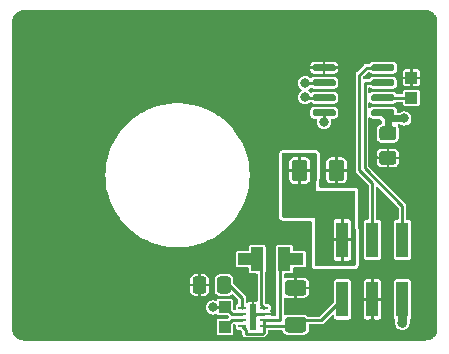
<source format=gbl>
G04 #@! TF.GenerationSoftware,KiCad,Pcbnew,7.0.2.1-36-g582732918d-dirty-deb11*
G04 #@! TF.CreationDate,2023-05-29T10:57:50+00:00*
G04 #@! TF.ProjectId,pedalboard-led-ring,70656461-6c62-46f6-9172-642d6c65642d,1.0.0*
G04 #@! TF.SameCoordinates,Original*
G04 #@! TF.FileFunction,Copper,L2,Bot*
G04 #@! TF.FilePolarity,Positive*
%FSLAX46Y46*%
G04 Gerber Fmt 4.6, Leading zero omitted, Abs format (unit mm)*
G04 Created by KiCad (PCBNEW 7.0.2.1-36-g582732918d-dirty-deb11) date 2023-05-29 10:57:50*
%MOMM*%
%LPD*%
G01*
G04 APERTURE LIST*
G04 #@! TA.AperFunction,SMDPad,CuDef*
%ADD10R,1.000000X3.000000*%
G04 #@! TD*
G04 #@! TA.AperFunction,SMDPad,CuDef*
%ADD11R,1.000000X1.000000*%
G04 #@! TD*
G04 #@! TA.AperFunction,SMDPad,CuDef*
%ADD12R,0.700000X0.250000*%
G04 #@! TD*
G04 #@! TA.AperFunction,SMDPad,CuDef*
%ADD13R,0.610000X2.200000*%
G04 #@! TD*
G04 #@! TA.AperFunction,ViaPad*
%ADD14C,0.800000*%
G04 #@! TD*
G04 #@! TA.AperFunction,Conductor*
%ADD15C,0.250000*%
G04 #@! TD*
G04 #@! TA.AperFunction,Conductor*
%ADD16C,0.600000*%
G04 #@! TD*
G04 #@! TA.AperFunction,Conductor*
%ADD17C,0.800000*%
G04 #@! TD*
G04 APERTURE END LIST*
G04 #@! TA.AperFunction,SMDPad,CuDef*
G36*
G01*
X91450000Y-54855000D02*
X91450000Y-54555000D01*
G75*
G02*
X91600000Y-54405000I150000J0D01*
G01*
X93250000Y-54405000D01*
G75*
G02*
X93400000Y-54555000I0J-150000D01*
G01*
X93400000Y-54855000D01*
G75*
G02*
X93250000Y-55005000I-150000J0D01*
G01*
X91600000Y-55005000D01*
G75*
G02*
X91450000Y-54855000I0J150000D01*
G01*
G37*
G04 #@! TD.AperFunction*
G04 #@! TA.AperFunction,SMDPad,CuDef*
G36*
G01*
X91450000Y-53585000D02*
X91450000Y-53285000D01*
G75*
G02*
X91600000Y-53135000I150000J0D01*
G01*
X93250000Y-53135000D01*
G75*
G02*
X93400000Y-53285000I0J-150000D01*
G01*
X93400000Y-53585000D01*
G75*
G02*
X93250000Y-53735000I-150000J0D01*
G01*
X91600000Y-53735000D01*
G75*
G02*
X91450000Y-53585000I0J150000D01*
G01*
G37*
G04 #@! TD.AperFunction*
G04 #@! TA.AperFunction,SMDPad,CuDef*
G36*
G01*
X91450000Y-52315000D02*
X91450000Y-52015000D01*
G75*
G02*
X91600000Y-51865000I150000J0D01*
G01*
X93250000Y-51865000D01*
G75*
G02*
X93400000Y-52015000I0J-150000D01*
G01*
X93400000Y-52315000D01*
G75*
G02*
X93250000Y-52465000I-150000J0D01*
G01*
X91600000Y-52465000D01*
G75*
G02*
X91450000Y-52315000I0J150000D01*
G01*
G37*
G04 #@! TD.AperFunction*
G04 #@! TA.AperFunction,SMDPad,CuDef*
G36*
G01*
X91450000Y-51045000D02*
X91450000Y-50745000D01*
G75*
G02*
X91600000Y-50595000I150000J0D01*
G01*
X93250000Y-50595000D01*
G75*
G02*
X93400000Y-50745000I0J-150000D01*
G01*
X93400000Y-51045000D01*
G75*
G02*
X93250000Y-51195000I-150000J0D01*
G01*
X91600000Y-51195000D01*
G75*
G02*
X91450000Y-51045000I0J150000D01*
G01*
G37*
G04 #@! TD.AperFunction*
G04 #@! TA.AperFunction,SMDPad,CuDef*
G36*
G01*
X96400000Y-51045000D02*
X96400000Y-50745000D01*
G75*
G02*
X96550000Y-50595000I150000J0D01*
G01*
X98200000Y-50595000D01*
G75*
G02*
X98350000Y-50745000I0J-150000D01*
G01*
X98350000Y-51045000D01*
G75*
G02*
X98200000Y-51195000I-150000J0D01*
G01*
X96550000Y-51195000D01*
G75*
G02*
X96400000Y-51045000I0J150000D01*
G01*
G37*
G04 #@! TD.AperFunction*
G04 #@! TA.AperFunction,SMDPad,CuDef*
G36*
G01*
X96400000Y-52315000D02*
X96400000Y-52015000D01*
G75*
G02*
X96550000Y-51865000I150000J0D01*
G01*
X98200000Y-51865000D01*
G75*
G02*
X98350000Y-52015000I0J-150000D01*
G01*
X98350000Y-52315000D01*
G75*
G02*
X98200000Y-52465000I-150000J0D01*
G01*
X96550000Y-52465000D01*
G75*
G02*
X96400000Y-52315000I0J150000D01*
G01*
G37*
G04 #@! TD.AperFunction*
G04 #@! TA.AperFunction,SMDPad,CuDef*
G36*
G01*
X96400000Y-53585000D02*
X96400000Y-53285000D01*
G75*
G02*
X96550000Y-53135000I150000J0D01*
G01*
X98200000Y-53135000D01*
G75*
G02*
X98350000Y-53285000I0J-150000D01*
G01*
X98350000Y-53585000D01*
G75*
G02*
X98200000Y-53735000I-150000J0D01*
G01*
X96550000Y-53735000D01*
G75*
G02*
X96400000Y-53585000I0J150000D01*
G01*
G37*
G04 #@! TD.AperFunction*
G04 #@! TA.AperFunction,SMDPad,CuDef*
G36*
G01*
X96400000Y-54855000D02*
X96400000Y-54555000D01*
G75*
G02*
X96550000Y-54405000I150000J0D01*
G01*
X98200000Y-54405000D01*
G75*
G02*
X98350000Y-54555000I0J-150000D01*
G01*
X98350000Y-54855000D01*
G75*
G02*
X98200000Y-55005000I-150000J0D01*
G01*
X96550000Y-55005000D01*
G75*
G02*
X96400000Y-54855000I0J150000D01*
G01*
G37*
G04 #@! TD.AperFunction*
G04 #@! TA.AperFunction,SMDPad,CuDef*
G36*
X87253536Y-66096464D02*
G01*
X87255000Y-66100000D01*
X87255000Y-68100000D01*
X87253536Y-68103536D01*
X87250000Y-68105000D01*
X86250000Y-68105000D01*
X86246464Y-68103536D01*
X86245000Y-68100000D01*
X86245000Y-67605000D01*
X85150000Y-67605000D01*
X85146464Y-67603536D01*
X85145000Y-67600000D01*
X85145000Y-66600000D01*
X85146464Y-66596464D01*
X85150000Y-66595000D01*
X86245000Y-66595000D01*
X86245000Y-66100000D01*
X86246464Y-66096464D01*
X86250000Y-66095000D01*
X87250000Y-66095000D01*
X87253536Y-66096464D01*
G37*
G04 #@! TD.AperFunction*
G04 #@! TA.AperFunction,SMDPad,CuDef*
G36*
X89553536Y-66096464D02*
G01*
X89555000Y-66100000D01*
X89555000Y-66595000D01*
X90650000Y-66595000D01*
X90653536Y-66596464D01*
X90655000Y-66600000D01*
X90655000Y-67600000D01*
X90653536Y-67603536D01*
X90650000Y-67605000D01*
X89555000Y-67605000D01*
X89555000Y-68100000D01*
X89553536Y-68103536D01*
X89550000Y-68105000D01*
X88550000Y-68105000D01*
X88546464Y-68103536D01*
X88545000Y-68100000D01*
X88545000Y-66100000D01*
X88546464Y-66096464D01*
X88550000Y-66095000D01*
X89550000Y-66095000D01*
X89553536Y-66096464D01*
G37*
G04 #@! TD.AperFunction*
G04 #@! TA.AperFunction,SMDPad,CuDef*
G36*
G01*
X89675000Y-60250000D02*
X89675000Y-58950000D01*
G75*
G02*
X89925000Y-58700000I250000J0D01*
G01*
X90750000Y-58700000D01*
G75*
G02*
X91000000Y-58950000I0J-250000D01*
G01*
X91000000Y-60250000D01*
G75*
G02*
X90750000Y-60500000I-250000J0D01*
G01*
X89925000Y-60500000D01*
G75*
G02*
X89675000Y-60250000I0J250000D01*
G01*
G37*
G04 #@! TD.AperFunction*
G04 #@! TA.AperFunction,SMDPad,CuDef*
G36*
G01*
X92800000Y-60250000D02*
X92800000Y-58950000D01*
G75*
G02*
X93050000Y-58700000I250000J0D01*
G01*
X93875000Y-58700000D01*
G75*
G02*
X94125000Y-58950000I0J-250000D01*
G01*
X94125000Y-60250000D01*
G75*
G02*
X93875000Y-60500000I-250000J0D01*
G01*
X93050000Y-60500000D01*
G75*
G02*
X92800000Y-60250000I0J250000D01*
G01*
G37*
G04 #@! TD.AperFunction*
D10*
X93960000Y-70520000D03*
X93960000Y-65480000D03*
X96500000Y-70520000D03*
X96500000Y-65480000D03*
X99040000Y-70520000D03*
X99040000Y-65480000D03*
D11*
X84000000Y-71150000D03*
X84000000Y-72850000D03*
X99800000Y-53450000D03*
X99800000Y-51750000D03*
D12*
X87325000Y-71250000D03*
X87325000Y-71750000D03*
X87325000Y-72250000D03*
X87325000Y-72750000D03*
X85475000Y-72750000D03*
X85475000Y-72250000D03*
X85475000Y-71750000D03*
X85475000Y-71250000D03*
D13*
X86400000Y-72000000D03*
G04 #@! TA.AperFunction,SMDPad,CuDef*
G36*
G01*
X97325000Y-55875000D02*
X98275000Y-55875000D01*
G75*
G02*
X98525000Y-56125000I0J-250000D01*
G01*
X98525000Y-56800000D01*
G75*
G02*
X98275000Y-57050000I-250000J0D01*
G01*
X97325000Y-57050000D01*
G75*
G02*
X97075000Y-56800000I0J250000D01*
G01*
X97075000Y-56125000D01*
G75*
G02*
X97325000Y-55875000I250000J0D01*
G01*
G37*
G04 #@! TD.AperFunction*
G04 #@! TA.AperFunction,SMDPad,CuDef*
G36*
G01*
X97325000Y-57950000D02*
X98275000Y-57950000D01*
G75*
G02*
X98525000Y-58200000I0J-250000D01*
G01*
X98525000Y-58875000D01*
G75*
G02*
X98275000Y-59125000I-250000J0D01*
G01*
X97325000Y-59125000D01*
G75*
G02*
X97075000Y-58875000I0J250000D01*
G01*
X97075000Y-58200000D01*
G75*
G02*
X97325000Y-57950000I250000J0D01*
G01*
G37*
G04 #@! TD.AperFunction*
G04 #@! TA.AperFunction,SMDPad,CuDef*
G36*
G01*
X84525000Y-68825000D02*
X84525000Y-69775000D01*
G75*
G02*
X84275000Y-70025000I-250000J0D01*
G01*
X83600000Y-70025000D01*
G75*
G02*
X83350000Y-69775000I0J250000D01*
G01*
X83350000Y-68825000D01*
G75*
G02*
X83600000Y-68575000I250000J0D01*
G01*
X84275000Y-68575000D01*
G75*
G02*
X84525000Y-68825000I0J-250000D01*
G01*
G37*
G04 #@! TD.AperFunction*
G04 #@! TA.AperFunction,SMDPad,CuDef*
G36*
G01*
X82450000Y-68825000D02*
X82450000Y-69775000D01*
G75*
G02*
X82200000Y-70025000I-250000J0D01*
G01*
X81525000Y-70025000D01*
G75*
G02*
X81275000Y-69775000I0J250000D01*
G01*
X81275000Y-68825000D01*
G75*
G02*
X81525000Y-68575000I250000J0D01*
G01*
X82200000Y-68575000D01*
G75*
G02*
X82450000Y-68825000I0J-250000D01*
G01*
G37*
G04 #@! TD.AperFunction*
G04 #@! TA.AperFunction,SMDPad,CuDef*
G36*
G01*
X90650000Y-73325000D02*
X89350000Y-73325000D01*
G75*
G02*
X89100000Y-73075000I0J250000D01*
G01*
X89100000Y-72250000D01*
G75*
G02*
X89350000Y-72000000I250000J0D01*
G01*
X90650000Y-72000000D01*
G75*
G02*
X90900000Y-72250000I0J-250000D01*
G01*
X90900000Y-73075000D01*
G75*
G02*
X90650000Y-73325000I-250000J0D01*
G01*
G37*
G04 #@! TD.AperFunction*
G04 #@! TA.AperFunction,SMDPad,CuDef*
G36*
G01*
X90650000Y-70200000D02*
X89350000Y-70200000D01*
G75*
G02*
X89100000Y-69950000I0J250000D01*
G01*
X89100000Y-69125000D01*
G75*
G02*
X89350000Y-68875000I250000J0D01*
G01*
X90650000Y-68875000D01*
G75*
G02*
X90900000Y-69125000I0J-250000D01*
G01*
X90900000Y-69950000D01*
G75*
G02*
X90650000Y-70200000I-250000J0D01*
G01*
G37*
G04 #@! TD.AperFunction*
D14*
X89500000Y-61400000D03*
X90500000Y-61400000D03*
X83000000Y-71200000D03*
X86400000Y-69750000D03*
X87900000Y-69750000D03*
X81250000Y-70800000D03*
X96550000Y-58500000D03*
X91800000Y-69500000D03*
X101050000Y-51750000D03*
X96500000Y-72550000D03*
X96500000Y-68400000D03*
X90800000Y-50850000D03*
X93450000Y-58050000D03*
X99040000Y-72540000D03*
X99200000Y-55200000D03*
X92400000Y-55500000D03*
X90800000Y-53400000D03*
X90800000Y-52200000D03*
D15*
X84000000Y-71150000D02*
X83050000Y-71150000D01*
X85460200Y-71746000D02*
X84596000Y-71746000D01*
X83050000Y-71150000D02*
X83000000Y-71200000D01*
X84596000Y-71746000D02*
X84000000Y-71150000D01*
X86654000Y-71746000D02*
X86400000Y-72000000D01*
X87339800Y-71746000D02*
X86654000Y-71746000D01*
D16*
X97375000Y-54705000D02*
X97375000Y-54775000D01*
D17*
X99040000Y-72540000D02*
X99040000Y-70525000D01*
D16*
X97375000Y-54775000D02*
X97800000Y-55200000D01*
X97800000Y-55200000D02*
X97800000Y-56472500D01*
X97800000Y-55200000D02*
X99200000Y-55200000D01*
D15*
X92425000Y-54705000D02*
X92425000Y-55475000D01*
X92425000Y-55475000D02*
X92400000Y-55500000D01*
X90835000Y-53435000D02*
X90800000Y-53400000D01*
X92425000Y-53435000D02*
X90835000Y-53435000D01*
X92425000Y-52165000D02*
X90835000Y-52165000D01*
X90835000Y-52165000D02*
X90800000Y-52200000D01*
X97390000Y-53450000D02*
X97375000Y-53435000D01*
X99400000Y-53450000D02*
X97390000Y-53450000D01*
X96500000Y-65480000D02*
X96500000Y-60668112D01*
X96500000Y-60668112D02*
X95400000Y-59568112D01*
X95400000Y-51500000D02*
X96000000Y-50900000D01*
X97370000Y-50900000D02*
X97375000Y-50895000D01*
X95400000Y-59568112D02*
X95400000Y-51500000D01*
X96000000Y-50900000D02*
X97370000Y-50900000D01*
X85460200Y-70380200D02*
X84380000Y-69300000D01*
X84380000Y-69300000D02*
X84037500Y-69300000D01*
X85460200Y-71238000D02*
X85460200Y-70380200D01*
X87105000Y-71003200D02*
X87105000Y-67300000D01*
X86905000Y-67100000D02*
X87105000Y-67300000D01*
X86750000Y-67100000D02*
X86905000Y-67100000D01*
X87339800Y-71238000D02*
X87105000Y-71003200D01*
X84596000Y-72254000D02*
X84000000Y-72850000D01*
X85460200Y-72254000D02*
X84596000Y-72254000D01*
X95830000Y-59390000D02*
X99040000Y-62600000D01*
X97340000Y-52200000D02*
X95830000Y-52200000D01*
X97375000Y-52165000D02*
X97340000Y-52200000D01*
X95830000Y-52200000D02*
X95830000Y-59390000D01*
X99040000Y-62600000D02*
X99040000Y-65480000D01*
X87339800Y-72254000D02*
X88700000Y-72254000D01*
X85460200Y-72762000D02*
X85790000Y-73091800D01*
X85790000Y-73091800D02*
X85790000Y-73405000D01*
X88700000Y-67800000D02*
X89400000Y-67100000D01*
X85790000Y-73405000D02*
X87195000Y-73405000D01*
X87339800Y-72254000D02*
X87339800Y-72762000D01*
X87339800Y-73260200D02*
X87339800Y-72762000D01*
X89212000Y-72762000D02*
X89400000Y-72950000D01*
X90000000Y-72762500D02*
X90462500Y-72300000D01*
X90462500Y-72300000D02*
X92180000Y-72300000D01*
X87195000Y-73405000D02*
X87339800Y-73260200D01*
X87339800Y-72762000D02*
X89212000Y-72762000D01*
X88700000Y-72254000D02*
X88700000Y-67800000D01*
X92180000Y-72300000D02*
X93960000Y-70520000D01*
G04 #@! TA.AperFunction,Conductor*
G36*
X91741086Y-58119685D02*
G01*
X91786841Y-58172489D01*
X91798032Y-58225937D01*
X91774609Y-59725000D01*
X91750000Y-61300000D01*
X94936193Y-61300000D01*
X95003232Y-61319685D01*
X95048987Y-61372489D01*
X95060193Y-61423806D01*
X95069806Y-67575806D01*
X95050226Y-67642876D01*
X94997494Y-67688714D01*
X94945806Y-67700000D01*
X91724000Y-67700000D01*
X91656961Y-67680315D01*
X91611206Y-67627511D01*
X91600000Y-67576000D01*
X91600000Y-65605000D01*
X93210000Y-65605000D01*
X93210000Y-67004624D01*
X93224504Y-67077543D01*
X93279760Y-67160239D01*
X93362456Y-67215495D01*
X93435375Y-67230000D01*
X93835000Y-67230000D01*
X93835000Y-65605000D01*
X94085000Y-65605000D01*
X94085000Y-67230000D01*
X94484625Y-67230000D01*
X94557543Y-67215495D01*
X94640239Y-67160239D01*
X94695495Y-67077543D01*
X94710000Y-67004624D01*
X94710000Y-65605000D01*
X94085000Y-65605000D01*
X93835000Y-65605000D01*
X93210000Y-65605000D01*
X91600000Y-65605000D01*
X91600000Y-65354999D01*
X93209999Y-65354999D01*
X93210000Y-65355000D01*
X93835000Y-65355000D01*
X93835000Y-63730000D01*
X94085000Y-63730000D01*
X94085000Y-65355000D01*
X94710000Y-65355000D01*
X94710000Y-63955375D01*
X94695495Y-63882456D01*
X94640239Y-63799760D01*
X94557543Y-63744504D01*
X94484625Y-63730000D01*
X94085000Y-63730000D01*
X93835000Y-63730000D01*
X93435375Y-63730000D01*
X93362456Y-63744504D01*
X93279760Y-63799760D01*
X93224504Y-63882456D01*
X93210000Y-63955375D01*
X93209999Y-65354999D01*
X91600000Y-65354999D01*
X91600000Y-63600000D01*
X88974000Y-63600000D01*
X88906961Y-63580315D01*
X88861206Y-63527511D01*
X88850000Y-63476000D01*
X88850000Y-59725000D01*
X89425000Y-59725000D01*
X89425000Y-60294518D01*
X89425354Y-60301132D01*
X89431400Y-60357371D01*
X89481647Y-60492089D01*
X89567811Y-60607188D01*
X89682910Y-60693352D01*
X89817628Y-60743599D01*
X89873867Y-60749645D01*
X89880482Y-60750000D01*
X90212500Y-60750000D01*
X90212500Y-59725000D01*
X90462500Y-59725000D01*
X90462500Y-60750000D01*
X90794518Y-60750000D01*
X90801132Y-60749645D01*
X90857371Y-60743599D01*
X90992089Y-60693352D01*
X91107188Y-60607188D01*
X91193352Y-60492089D01*
X91243599Y-60357371D01*
X91249645Y-60301132D01*
X91250000Y-60294518D01*
X91250000Y-59725000D01*
X90462500Y-59725000D01*
X90212500Y-59725000D01*
X89425000Y-59725000D01*
X88850000Y-59725000D01*
X88850000Y-59475000D01*
X89425000Y-59475000D01*
X90212500Y-59475000D01*
X90212500Y-58450000D01*
X90462500Y-58450000D01*
X90462500Y-59475000D01*
X91250000Y-59475000D01*
X91250000Y-58905481D01*
X91249645Y-58898867D01*
X91243599Y-58842628D01*
X91193352Y-58707910D01*
X91107188Y-58592811D01*
X90992089Y-58506647D01*
X90857371Y-58456400D01*
X90801132Y-58450354D01*
X90794518Y-58450000D01*
X90462500Y-58450000D01*
X90212500Y-58450000D01*
X89880482Y-58450000D01*
X89873867Y-58450354D01*
X89817628Y-58456400D01*
X89682910Y-58506647D01*
X89567811Y-58592811D01*
X89481647Y-58707910D01*
X89431400Y-58842628D01*
X89425354Y-58898867D01*
X89425000Y-58905481D01*
X89425000Y-59475000D01*
X88850000Y-59475000D01*
X88850000Y-58224000D01*
X88869685Y-58156961D01*
X88922489Y-58111206D01*
X88974000Y-58100000D01*
X91674047Y-58100000D01*
X91741086Y-58119685D01*
G37*
G04 #@! TD.AperFunction*
G04 #@! TA.AperFunction,Conductor*
G36*
X101004309Y-46000877D02*
G01*
X101045519Y-46004482D01*
X101173820Y-46017120D01*
X101189703Y-46020010D01*
X101256837Y-46037998D01*
X101259807Y-46038846D01*
X101353264Y-46067196D01*
X101366359Y-46072207D01*
X101434466Y-46103966D01*
X101439295Y-46106380D01*
X101520369Y-46149715D01*
X101530485Y-46155929D01*
X101593673Y-46200174D01*
X101599693Y-46204742D01*
X101669396Y-46261945D01*
X101676596Y-46268469D01*
X101731529Y-46323402D01*
X101738053Y-46330602D01*
X101795256Y-46400305D01*
X101799824Y-46406325D01*
X101844069Y-46469513D01*
X101850283Y-46479629D01*
X101893618Y-46560703D01*
X101896032Y-46565532D01*
X101927791Y-46633639D01*
X101932804Y-46646739D01*
X101961129Y-46740112D01*
X101962019Y-46743228D01*
X101979986Y-46810282D01*
X101982882Y-46826202D01*
X101995523Y-46954554D01*
X101999124Y-46995699D01*
X101999500Y-47004316D01*
X101999500Y-72995676D01*
X101999123Y-73004307D01*
X101995523Y-73045445D01*
X101982882Y-73173799D01*
X101979986Y-73189713D01*
X101962019Y-73256769D01*
X101961129Y-73259886D01*
X101932804Y-73353259D01*
X101927791Y-73366359D01*
X101896032Y-73434466D01*
X101893618Y-73439295D01*
X101850283Y-73520369D01*
X101844069Y-73530485D01*
X101799824Y-73593673D01*
X101795256Y-73599693D01*
X101738053Y-73669396D01*
X101731529Y-73676596D01*
X101676596Y-73731529D01*
X101669396Y-73738053D01*
X101599693Y-73795256D01*
X101593673Y-73799824D01*
X101530485Y-73844069D01*
X101520369Y-73850283D01*
X101439295Y-73893618D01*
X101434466Y-73896032D01*
X101366359Y-73927791D01*
X101353259Y-73932804D01*
X101259886Y-73961129D01*
X101256770Y-73962019D01*
X101189716Y-73979986D01*
X101173796Y-73982882D01*
X101045445Y-73995523D01*
X101013912Y-73998282D01*
X101004294Y-73999124D01*
X100995684Y-73999500D01*
X67004323Y-73999500D01*
X66995692Y-73999123D01*
X66954554Y-73995523D01*
X66848097Y-73985038D01*
X66826196Y-73982881D01*
X66810285Y-73979986D01*
X66743229Y-73962019D01*
X66740112Y-73961129D01*
X66646739Y-73932804D01*
X66633639Y-73927791D01*
X66565532Y-73896032D01*
X66560703Y-73893618D01*
X66479629Y-73850283D01*
X66469513Y-73844069D01*
X66406325Y-73799824D01*
X66400305Y-73795256D01*
X66330602Y-73738053D01*
X66323402Y-73731529D01*
X66268469Y-73676596D01*
X66261945Y-73669396D01*
X66204742Y-73599693D01*
X66200174Y-73593673D01*
X66155929Y-73530485D01*
X66149715Y-73520369D01*
X66106380Y-73439295D01*
X66103966Y-73434466D01*
X66072207Y-73366359D01*
X66067194Y-73353259D01*
X66061648Y-73334976D01*
X66038846Y-73259806D01*
X66038002Y-73256853D01*
X66020008Y-73189696D01*
X66017119Y-73173816D01*
X66004482Y-73045519D01*
X66000875Y-73004294D01*
X66000500Y-72995686D01*
X66000500Y-71200000D01*
X82394318Y-71200000D01*
X82414955Y-71356761D01*
X82475464Y-71502841D01*
X82571717Y-71628282D01*
X82640195Y-71680826D01*
X82697159Y-71724536D01*
X82843238Y-71785044D01*
X83000000Y-71805682D01*
X83156762Y-71785044D01*
X83232342Y-71753737D01*
X83293335Y-71748937D01*
X83345505Y-71780906D01*
X83352540Y-71790201D01*
X83355446Y-71794551D01*
X83362853Y-71799500D01*
X83421769Y-71838867D01*
X83480252Y-71850500D01*
X84199165Y-71850500D01*
X84257356Y-71869407D01*
X84269169Y-71879496D01*
X84319669Y-71929996D01*
X84347446Y-71984513D01*
X84337875Y-72044945D01*
X84319669Y-72070003D01*
X84269170Y-72120503D01*
X84214654Y-72148281D01*
X84199166Y-72149500D01*
X83480252Y-72149500D01*
X83451010Y-72155316D01*
X83421768Y-72161133D01*
X83355447Y-72205447D01*
X83311133Y-72271768D01*
X83311132Y-72271769D01*
X83311133Y-72271769D01*
X83299500Y-72330252D01*
X83299500Y-73369748D01*
X83310380Y-73424445D01*
X83311133Y-73428231D01*
X83355447Y-73494552D01*
X83390607Y-73518045D01*
X83421769Y-73538867D01*
X83480252Y-73550500D01*
X83480253Y-73550500D01*
X84519747Y-73550500D01*
X84519748Y-73550500D01*
X84578231Y-73538867D01*
X84644552Y-73494552D01*
X84688867Y-73428231D01*
X84700500Y-73369748D01*
X84700500Y-72678499D01*
X84719407Y-72620309D01*
X84768907Y-72584345D01*
X84799500Y-72579500D01*
X84825500Y-72579500D01*
X84883691Y-72598407D01*
X84919655Y-72647907D01*
X84924500Y-72678500D01*
X84924500Y-72894748D01*
X84935911Y-72952116D01*
X84936133Y-72953231D01*
X84980447Y-73019552D01*
X85019196Y-73045443D01*
X85046769Y-73063867D01*
X85105252Y-73075500D01*
X85272366Y-73075500D01*
X85330557Y-73094407D01*
X85342370Y-73104496D01*
X85435504Y-73197630D01*
X85463281Y-73252147D01*
X85464500Y-73267634D01*
X85464500Y-73462394D01*
X85471430Y-73481437D01*
X85475894Y-73498099D01*
X85479411Y-73518044D01*
X85489539Y-73535586D01*
X85496831Y-73551224D01*
X85503758Y-73570258D01*
X85503760Y-73570260D01*
X85516781Y-73585777D01*
X85526675Y-73599908D01*
X85536806Y-73617455D01*
X85552332Y-73630483D01*
X85564517Y-73642668D01*
X85577545Y-73658194D01*
X85595084Y-73668320D01*
X85609220Y-73678218D01*
X85624737Y-73691239D01*
X85624738Y-73691239D01*
X85624739Y-73691240D01*
X85643777Y-73698169D01*
X85659413Y-73705460D01*
X85676955Y-73715588D01*
X85696901Y-73719104D01*
X85713569Y-73723570D01*
X85732606Y-73730500D01*
X85761525Y-73730500D01*
X87176466Y-73730500D01*
X87185093Y-73730876D01*
X87198357Y-73732037D01*
X87223805Y-73734264D01*
X87223805Y-73734263D01*
X87223807Y-73734264D01*
X87261359Y-73724201D01*
X87269777Y-73722335D01*
X87308045Y-73715588D01*
X87309346Y-73714836D01*
X87333232Y-73704942D01*
X87334684Y-73704554D01*
X87366529Y-73682254D01*
X87373785Y-73677632D01*
X87407455Y-73658194D01*
X87432442Y-73628414D01*
X87438254Y-73622070D01*
X87556866Y-73503458D01*
X87563210Y-73497644D01*
X87592994Y-73472655D01*
X87612432Y-73438985D01*
X87617054Y-73431729D01*
X87639354Y-73399884D01*
X87639743Y-73398429D01*
X87649637Y-73374545D01*
X87650388Y-73373245D01*
X87657140Y-73334948D01*
X87658997Y-73326571D01*
X87669063Y-73289007D01*
X87665677Y-73250302D01*
X87665300Y-73241673D01*
X87665300Y-73186500D01*
X87684207Y-73128309D01*
X87733707Y-73092345D01*
X87764300Y-73087500D01*
X88806847Y-73087500D01*
X88865038Y-73106407D01*
X88900292Y-73153803D01*
X88902353Y-73159694D01*
X88902354Y-73159699D01*
X88947207Y-73287882D01*
X89027850Y-73397150D01*
X89137118Y-73477793D01*
X89265301Y-73522646D01*
X89295734Y-73525500D01*
X89298045Y-73525500D01*
X90701955Y-73525500D01*
X90704266Y-73525500D01*
X90734699Y-73522646D01*
X90862882Y-73477793D01*
X90972150Y-73397150D01*
X91052793Y-73287882D01*
X91097646Y-73159699D01*
X91100500Y-73129266D01*
X91100500Y-72724499D01*
X91119407Y-72666309D01*
X91168907Y-72630345D01*
X91199500Y-72625500D01*
X92161466Y-72625500D01*
X92170093Y-72625876D01*
X92183357Y-72627037D01*
X92208805Y-72629264D01*
X92208805Y-72629263D01*
X92208807Y-72629264D01*
X92246359Y-72619201D01*
X92254777Y-72617335D01*
X92293045Y-72610588D01*
X92294346Y-72609836D01*
X92318232Y-72599942D01*
X92319684Y-72599554D01*
X92351529Y-72577254D01*
X92358785Y-72572632D01*
X92392455Y-72553194D01*
X92417442Y-72523414D01*
X92423254Y-72517070D01*
X93090497Y-71849828D01*
X93145013Y-71822052D01*
X93205445Y-71831623D01*
X93248710Y-71874888D01*
X93259500Y-71919833D01*
X93259500Y-72039748D01*
X93265518Y-72070003D01*
X93271133Y-72098231D01*
X93315447Y-72164552D01*
X93351605Y-72188712D01*
X93381769Y-72208867D01*
X93440252Y-72220500D01*
X93440253Y-72220500D01*
X94479747Y-72220500D01*
X94479748Y-72220500D01*
X94538231Y-72208867D01*
X94604552Y-72164552D01*
X94648867Y-72098231D01*
X94660500Y-72039748D01*
X94660500Y-72039697D01*
X95800000Y-72039697D01*
X95811604Y-72098036D01*
X95855807Y-72164192D01*
X95921963Y-72208395D01*
X95980303Y-72220000D01*
X96399999Y-72220000D01*
X96399999Y-72219999D01*
X96600000Y-72219999D01*
X96600001Y-72220000D01*
X97019697Y-72220000D01*
X97078036Y-72208395D01*
X97144192Y-72164192D01*
X97188395Y-72098036D01*
X97199990Y-72039748D01*
X98339500Y-72039748D01*
X98351133Y-72098231D01*
X98395448Y-72164552D01*
X98395501Y-72164587D01*
X98433381Y-72212637D01*
X98439500Y-72246903D01*
X98439500Y-72494149D01*
X98438653Y-72507070D01*
X98434318Y-72539999D01*
X98434318Y-72540000D01*
X98443511Y-72609826D01*
X98448662Y-72648955D01*
X98454955Y-72696761D01*
X98515464Y-72842841D01*
X98611717Y-72968282D01*
X98707970Y-73042139D01*
X98737159Y-73064536D01*
X98883238Y-73125044D01*
X99040000Y-73145682D01*
X99196762Y-73125044D01*
X99342841Y-73064536D01*
X99468282Y-72968282D01*
X99564536Y-72842841D01*
X99625044Y-72696762D01*
X99631338Y-72648955D01*
X99645682Y-72540000D01*
X99641347Y-72507070D01*
X99640500Y-72494149D01*
X99640500Y-72246903D01*
X99659407Y-72188712D01*
X99684497Y-72164588D01*
X99684552Y-72164552D01*
X99728867Y-72098231D01*
X99740500Y-72039748D01*
X99740500Y-69000252D01*
X99728867Y-68941769D01*
X99709212Y-68912354D01*
X99684552Y-68875447D01*
X99618231Y-68831133D01*
X99618230Y-68831132D01*
X99559748Y-68819500D01*
X98520252Y-68819500D01*
X98491010Y-68825316D01*
X98461768Y-68831133D01*
X98395447Y-68875447D01*
X98351133Y-68941768D01*
X98351132Y-68941769D01*
X98351133Y-68941769D01*
X98339500Y-69000252D01*
X98339500Y-72039748D01*
X97199990Y-72039748D01*
X97200000Y-72039697D01*
X97200000Y-70620001D01*
X97199999Y-70620000D01*
X96600001Y-70620000D01*
X96600000Y-70620001D01*
X96600000Y-72219999D01*
X96399999Y-72219999D01*
X96399999Y-70620000D01*
X95800001Y-70620000D01*
X95800000Y-70620001D01*
X95800000Y-72039697D01*
X94660500Y-72039697D01*
X94660500Y-70419998D01*
X95800000Y-70419998D01*
X95800001Y-70420000D01*
X96399999Y-70420000D01*
X96399999Y-70419999D01*
X96600000Y-70419999D01*
X96600001Y-70420000D01*
X97199999Y-70420000D01*
X97200000Y-70419999D01*
X97200000Y-69000302D01*
X97188395Y-68941963D01*
X97144192Y-68875807D01*
X97078036Y-68831604D01*
X97019697Y-68820000D01*
X96600001Y-68820000D01*
X96600000Y-68820001D01*
X96600000Y-70419999D01*
X96399999Y-70419999D01*
X96399999Y-68820000D01*
X95980303Y-68820000D01*
X95921963Y-68831604D01*
X95855807Y-68875807D01*
X95811604Y-68941963D01*
X95800000Y-69000302D01*
X95800000Y-70419998D01*
X94660500Y-70419998D01*
X94660500Y-69000252D01*
X94648867Y-68941769D01*
X94629212Y-68912354D01*
X94604552Y-68875447D01*
X94538231Y-68831133D01*
X94538230Y-68831132D01*
X94479748Y-68819500D01*
X93440252Y-68819500D01*
X93411010Y-68825316D01*
X93381768Y-68831133D01*
X93315447Y-68875447D01*
X93271133Y-68941768D01*
X93259500Y-69000253D01*
X93259500Y-70719165D01*
X93240593Y-70777356D01*
X93230504Y-70789169D01*
X92074170Y-71945504D01*
X92019653Y-71973281D01*
X92004166Y-71974500D01*
X91056556Y-71974500D01*
X90998365Y-71955593D01*
X90976902Y-71934289D01*
X90972150Y-71927850D01*
X90862882Y-71847207D01*
X90734699Y-71802354D01*
X90734697Y-71802353D01*
X90734695Y-71802353D01*
X90706577Y-71799716D01*
X90706561Y-71799715D01*
X90704266Y-71799500D01*
X89295734Y-71799500D01*
X89293439Y-71799715D01*
X89293422Y-71799716D01*
X89265304Y-71802353D01*
X89157197Y-71840181D01*
X89096027Y-71841553D01*
X89045733Y-71806709D01*
X89025525Y-71748957D01*
X89025500Y-71746736D01*
X89025500Y-70452733D01*
X89044407Y-70394542D01*
X89093907Y-70358578D01*
X89155093Y-70358578D01*
X89157198Y-70359289D01*
X89265396Y-70397149D01*
X89293484Y-70399783D01*
X89298108Y-70399999D01*
X89899998Y-70399999D01*
X89900000Y-70399998D01*
X90100000Y-70399998D01*
X90100001Y-70399999D01*
X90701888Y-70399999D01*
X90706504Y-70399783D01*
X90734604Y-70397148D01*
X90862645Y-70352345D01*
X90971791Y-70271791D01*
X91052345Y-70162645D01*
X91097149Y-70034601D01*
X91099783Y-70006515D01*
X91100000Y-70001891D01*
X91100000Y-69637501D01*
X91099999Y-69637500D01*
X90100001Y-69637500D01*
X90100000Y-69637501D01*
X90100000Y-70399998D01*
X89900000Y-70399998D01*
X89900000Y-69437499D01*
X90100000Y-69437499D01*
X90100001Y-69437500D01*
X91099998Y-69437500D01*
X91099999Y-69437499D01*
X91099999Y-69073112D01*
X91099783Y-69068495D01*
X91097148Y-69040395D01*
X91052345Y-68912354D01*
X90971791Y-68803208D01*
X90862645Y-68722654D01*
X90734601Y-68677850D01*
X90706515Y-68675216D01*
X90701892Y-68675000D01*
X90100001Y-68675000D01*
X90100000Y-68675001D01*
X90100000Y-69437499D01*
X89900000Y-69437499D01*
X89900000Y-68675000D01*
X89298112Y-68675000D01*
X89293495Y-68675216D01*
X89265395Y-68677851D01*
X89157197Y-68715711D01*
X89096027Y-68717083D01*
X89045733Y-68682239D01*
X89025525Y-68624487D01*
X89025500Y-68622266D01*
X89025500Y-68408428D01*
X89044407Y-68350237D01*
X89093907Y-68314273D01*
X89124500Y-68309428D01*
X89538173Y-68309428D01*
X89547460Y-68310342D01*
X89549987Y-68309839D01*
X89549991Y-68309840D01*
X89628223Y-68294282D01*
X89630049Y-68293525D01*
X89631876Y-68292815D01*
X89632055Y-68292694D01*
X89632061Y-68292693D01*
X89698382Y-68248377D01*
X89742695Y-68182055D01*
X89743849Y-68179269D01*
X89744261Y-68178275D01*
X89744269Y-68178254D01*
X89759840Y-68100025D01*
X89759839Y-68100024D01*
X89760342Y-68097501D01*
X89759428Y-68088209D01*
X89759428Y-67908428D01*
X89778335Y-67850237D01*
X89827835Y-67814273D01*
X89858428Y-67809428D01*
X90638173Y-67809428D01*
X90647460Y-67810342D01*
X90649987Y-67809839D01*
X90649991Y-67809840D01*
X90728223Y-67794282D01*
X90730049Y-67793525D01*
X90731876Y-67792815D01*
X90732055Y-67792694D01*
X90732061Y-67792693D01*
X90798382Y-67748377D01*
X90842695Y-67682055D01*
X90843849Y-67679269D01*
X90844261Y-67678275D01*
X90844269Y-67678254D01*
X90859840Y-67600025D01*
X90859839Y-67600024D01*
X90860342Y-67597501D01*
X90859428Y-67588209D01*
X90859428Y-66611830D01*
X90860343Y-66602541D01*
X90859839Y-66600010D01*
X90859840Y-66600009D01*
X90844282Y-66521777D01*
X90843529Y-66519958D01*
X90842816Y-66518124D01*
X90842693Y-66517941D01*
X90842693Y-66517939D01*
X90798377Y-66451618D01*
X90798375Y-66451617D01*
X90798375Y-66451616D01*
X90732059Y-66407307D01*
X90732056Y-66407305D01*
X90732055Y-66407305D01*
X90729203Y-66406124D01*
X90728208Y-66405712D01*
X90728206Y-66405711D01*
X90728205Y-66405711D01*
X90647499Y-66389657D01*
X90638209Y-66390572D01*
X89858428Y-66390572D01*
X89800237Y-66371665D01*
X89764273Y-66322165D01*
X89759428Y-66291572D01*
X89759428Y-66111830D01*
X89760343Y-66102541D01*
X89759839Y-66100010D01*
X89759840Y-66100009D01*
X89744282Y-66021777D01*
X89743529Y-66019958D01*
X89742816Y-66018124D01*
X89742693Y-66017941D01*
X89742693Y-66017939D01*
X89698377Y-65951618D01*
X89698375Y-65951617D01*
X89698375Y-65951616D01*
X89632059Y-65907307D01*
X89632056Y-65907305D01*
X89632055Y-65907305D01*
X89629203Y-65906124D01*
X89628208Y-65905712D01*
X89628206Y-65905711D01*
X89628205Y-65905711D01*
X89547499Y-65889657D01*
X89538209Y-65890572D01*
X88561848Y-65890572D01*
X88552555Y-65889656D01*
X88471788Y-65905712D01*
X88470771Y-65906134D01*
X88467950Y-65907303D01*
X88467936Y-65907308D01*
X88401613Y-65951627D01*
X88357302Y-66017950D01*
X88355718Y-66021776D01*
X88339657Y-66102502D01*
X88340572Y-66111793D01*
X88340572Y-68088235D01*
X88339657Y-68097527D01*
X88355738Y-68178273D01*
X88356150Y-68179267D01*
X88356150Y-68179268D01*
X88356151Y-68179269D01*
X88357305Y-68182055D01*
X88357310Y-68182066D01*
X88357810Y-68182815D01*
X88358160Y-68183966D01*
X88360647Y-68189408D01*
X88359912Y-68189741D01*
X88374500Y-68237823D01*
X88374500Y-71829500D01*
X88355593Y-71887691D01*
X88306093Y-71923655D01*
X88275500Y-71928500D01*
X87974000Y-71928500D01*
X87915809Y-71909593D01*
X87879845Y-71860093D01*
X87878857Y-71853858D01*
X87874999Y-71850000D01*
X87324000Y-71850000D01*
X87265809Y-71831093D01*
X87229845Y-71781593D01*
X87225000Y-71751000D01*
X87225000Y-71749000D01*
X87243907Y-71690809D01*
X87293407Y-71654845D01*
X87324000Y-71650000D01*
X87874999Y-71650000D01*
X87875000Y-71649999D01*
X87875000Y-71605302D01*
X87859554Y-71527650D01*
X87861136Y-71527335D01*
X87852458Y-71496570D01*
X87860249Y-71472590D01*
X87860025Y-71472546D01*
X87863867Y-71453231D01*
X87875500Y-71394748D01*
X87875500Y-71105252D01*
X87863867Y-71046769D01*
X87849162Y-71024762D01*
X87819552Y-70980447D01*
X87753231Y-70936133D01*
X87744986Y-70934493D01*
X87694748Y-70924500D01*
X87694747Y-70924500D01*
X87529500Y-70924500D01*
X87471309Y-70905593D01*
X87435345Y-70856093D01*
X87430500Y-70825500D01*
X87430500Y-68230337D01*
X87442033Y-68192336D01*
X87438963Y-68191065D01*
X87443848Y-68179271D01*
X87444251Y-68178299D01*
X87444261Y-68178275D01*
X87444269Y-68178254D01*
X87459840Y-68100025D01*
X87459839Y-68100024D01*
X87460342Y-68097501D01*
X87459428Y-68088209D01*
X87459428Y-66111830D01*
X87460343Y-66102541D01*
X87459839Y-66100010D01*
X87459840Y-66100009D01*
X87444282Y-66021777D01*
X87443529Y-66019958D01*
X87442816Y-66018124D01*
X87442693Y-66017941D01*
X87442693Y-66017939D01*
X87398377Y-65951618D01*
X87398375Y-65951617D01*
X87398375Y-65951616D01*
X87332059Y-65907307D01*
X87332056Y-65907305D01*
X87332055Y-65907305D01*
X87329203Y-65906124D01*
X87328208Y-65905712D01*
X87328206Y-65905711D01*
X87328205Y-65905711D01*
X87247499Y-65889657D01*
X87238209Y-65890572D01*
X86261848Y-65890572D01*
X86252555Y-65889656D01*
X86171788Y-65905712D01*
X86170771Y-65906134D01*
X86167950Y-65907303D01*
X86167936Y-65907308D01*
X86101613Y-65951627D01*
X86057302Y-66017950D01*
X86055718Y-66021776D01*
X86039657Y-66102502D01*
X86040572Y-66111793D01*
X86040572Y-66291572D01*
X86021665Y-66349763D01*
X85972165Y-66385727D01*
X85941572Y-66390572D01*
X85161848Y-66390572D01*
X85152555Y-66389656D01*
X85071788Y-66405712D01*
X85070771Y-66406134D01*
X85067950Y-66407303D01*
X85067936Y-66407308D01*
X85001613Y-66451627D01*
X84957302Y-66517950D01*
X84955718Y-66521776D01*
X84939657Y-66602502D01*
X84940572Y-66611793D01*
X84940571Y-67588235D01*
X84939657Y-67597526D01*
X84955738Y-67678273D01*
X84956150Y-67679267D01*
X84956150Y-67679268D01*
X84956151Y-67679269D01*
X84957305Y-67682055D01*
X84957310Y-67682066D01*
X85001627Y-67748386D01*
X85067950Y-67792697D01*
X85071777Y-67794282D01*
X85149975Y-67809840D01*
X85149975Y-67809839D01*
X85152500Y-67810342D01*
X85161790Y-67809428D01*
X85941572Y-67809428D01*
X85999763Y-67828335D01*
X86035727Y-67877835D01*
X86040572Y-67908428D01*
X86040572Y-68088235D01*
X86039657Y-68097527D01*
X86055738Y-68178273D01*
X86056150Y-68179267D01*
X86056150Y-68179268D01*
X86056151Y-68179269D01*
X86057305Y-68182055D01*
X86057310Y-68182066D01*
X86101627Y-68248386D01*
X86167950Y-68292697D01*
X86171777Y-68294282D01*
X86249975Y-68309840D01*
X86249975Y-68309839D01*
X86252500Y-68310342D01*
X86261790Y-68309428D01*
X86680500Y-68309428D01*
X86738691Y-68328335D01*
X86774655Y-68377835D01*
X86779500Y-68408428D01*
X86779500Y-70601000D01*
X86760593Y-70659191D01*
X86711093Y-70695155D01*
X86680500Y-70700000D01*
X86500001Y-70700000D01*
X86500000Y-70700001D01*
X86500000Y-72001000D01*
X86481093Y-72059191D01*
X86431593Y-72095155D01*
X86401000Y-72100000D01*
X86399000Y-72100000D01*
X86340809Y-72081093D01*
X86304845Y-72031593D01*
X86300000Y-72001000D01*
X86300000Y-70700001D01*
X86299999Y-70700000D01*
X86075303Y-70700000D01*
X86016963Y-70711604D01*
X85939701Y-70763229D01*
X85880813Y-70779837D01*
X85823409Y-70758659D01*
X85789417Y-70707785D01*
X85785700Y-70680913D01*
X85785700Y-70398722D01*
X85786077Y-70390092D01*
X85789463Y-70351392D01*
X85779407Y-70313865D01*
X85777537Y-70305431D01*
X85771605Y-70271791D01*
X85770788Y-70267155D01*
X85770028Y-70265840D01*
X85760144Y-70241976D01*
X85759753Y-70240516D01*
X85737461Y-70208680D01*
X85732825Y-70201401D01*
X85713394Y-70167745D01*
X85683634Y-70142773D01*
X85677266Y-70136939D01*
X84754496Y-69214169D01*
X84726719Y-69159652D01*
X84725500Y-69144165D01*
X84725500Y-68773045D01*
X84725500Y-68770734D01*
X84722646Y-68740301D01*
X84677793Y-68612118D01*
X84597150Y-68502850D01*
X84487882Y-68422207D01*
X84359699Y-68377354D01*
X84359697Y-68377353D01*
X84359695Y-68377353D01*
X84331577Y-68374716D01*
X84331561Y-68374715D01*
X84329266Y-68374500D01*
X83545734Y-68374500D01*
X83543439Y-68374715D01*
X83543422Y-68374716D01*
X83515304Y-68377353D01*
X83515301Y-68377353D01*
X83515301Y-68377354D01*
X83387118Y-68422207D01*
X83387117Y-68422207D01*
X83387116Y-68422208D01*
X83386512Y-68422654D01*
X83277850Y-68502850D01*
X83197207Y-68612118D01*
X83174206Y-68677851D01*
X83152353Y-68740304D01*
X83149716Y-68768422D01*
X83149715Y-68768439D01*
X83149500Y-68770734D01*
X83149500Y-69829266D01*
X83149715Y-69831561D01*
X83149716Y-69831577D01*
X83152353Y-69859695D01*
X83152353Y-69859697D01*
X83152354Y-69859699D01*
X83197207Y-69987882D01*
X83277850Y-70097150D01*
X83387118Y-70177793D01*
X83515301Y-70222646D01*
X83545734Y-70225500D01*
X83548045Y-70225500D01*
X84326955Y-70225500D01*
X84329266Y-70225500D01*
X84359699Y-70222646D01*
X84487882Y-70177793D01*
X84597150Y-70097150D01*
X84597150Y-70097149D01*
X84597457Y-70096923D01*
X84655504Y-70077581D01*
X84713835Y-70096052D01*
X84726236Y-70106563D01*
X85105705Y-70486031D01*
X85133481Y-70540546D01*
X85134700Y-70556033D01*
X85134700Y-70837395D01*
X85115793Y-70895586D01*
X85066293Y-70931550D01*
X85055018Y-70934492D01*
X85050570Y-70935376D01*
X85046768Y-70936133D01*
X84980447Y-70980447D01*
X84936133Y-71046768D01*
X84924500Y-71105253D01*
X84924500Y-71321500D01*
X84905593Y-71379691D01*
X84856093Y-71415655D01*
X84825500Y-71420500D01*
X84799500Y-71420500D01*
X84741309Y-71401593D01*
X84705345Y-71352093D01*
X84700500Y-71321500D01*
X84700500Y-70630253D01*
X84699654Y-70626000D01*
X84688867Y-70571769D01*
X84650952Y-70515026D01*
X84644552Y-70505447D01*
X84578231Y-70461133D01*
X84536001Y-70452733D01*
X84519748Y-70449500D01*
X83480252Y-70449500D01*
X83463999Y-70452733D01*
X83421768Y-70461133D01*
X83355447Y-70505447D01*
X83300206Y-70588121D01*
X83252156Y-70626000D01*
X83191017Y-70628402D01*
X83180007Y-70624584D01*
X83156761Y-70614955D01*
X83000000Y-70594318D01*
X82843238Y-70614955D01*
X82697158Y-70675464D01*
X82571717Y-70771717D01*
X82475464Y-70897158D01*
X82414955Y-71043238D01*
X82394318Y-71200000D01*
X66000500Y-71200000D01*
X66000500Y-69826888D01*
X81075001Y-69826888D01*
X81075216Y-69831504D01*
X81077851Y-69859604D01*
X81122654Y-69987645D01*
X81203208Y-70096791D01*
X81312354Y-70177345D01*
X81440398Y-70222149D01*
X81468484Y-70224783D01*
X81473108Y-70224999D01*
X81762498Y-70224999D01*
X81762500Y-70224998D01*
X81962500Y-70224998D01*
X81962501Y-70224999D01*
X82251888Y-70224999D01*
X82256504Y-70224783D01*
X82284604Y-70222148D01*
X82412645Y-70177345D01*
X82521791Y-70096791D01*
X82602345Y-69987645D01*
X82647149Y-69859601D01*
X82649783Y-69831515D01*
X82650000Y-69826891D01*
X82650000Y-69400001D01*
X82649999Y-69400000D01*
X81962501Y-69400000D01*
X81962500Y-69400001D01*
X81962500Y-70224998D01*
X81762500Y-70224998D01*
X81762500Y-69400001D01*
X81762499Y-69400000D01*
X81075002Y-69400000D01*
X81075001Y-69400001D01*
X81075001Y-69826888D01*
X66000500Y-69826888D01*
X66000500Y-69199999D01*
X81075000Y-69199999D01*
X81075001Y-69200000D01*
X81762499Y-69200000D01*
X81762500Y-69199999D01*
X81962500Y-69199999D01*
X81962501Y-69200000D01*
X82649998Y-69200000D01*
X82649999Y-69199999D01*
X82649999Y-68773112D01*
X82649783Y-68768495D01*
X82647148Y-68740395D01*
X82602345Y-68612354D01*
X82521791Y-68503208D01*
X82412645Y-68422654D01*
X82284601Y-68377850D01*
X82256515Y-68375216D01*
X82251892Y-68375000D01*
X81962501Y-68375000D01*
X81962500Y-68375001D01*
X81962500Y-69199999D01*
X81762500Y-69199999D01*
X81762500Y-68375001D01*
X81762499Y-68375000D01*
X81473112Y-68375000D01*
X81468495Y-68375216D01*
X81440395Y-68377851D01*
X81312354Y-68422654D01*
X81203208Y-68503208D01*
X81122654Y-68612354D01*
X81077850Y-68740398D01*
X81075216Y-68768484D01*
X81075000Y-68773108D01*
X81075000Y-69199999D01*
X66000500Y-69199999D01*
X66000500Y-60000000D01*
X73894548Y-60000000D01*
X73894628Y-60001985D01*
X73906899Y-60306504D01*
X73914346Y-60491285D01*
X73914588Y-60493278D01*
X73973369Y-60977388D01*
X73973372Y-60977406D01*
X73973612Y-60979383D01*
X73974013Y-60981348D01*
X73974014Y-60981353D01*
X74064800Y-61426056D01*
X74071961Y-61461130D01*
X74072514Y-61463041D01*
X74072518Y-61463055D01*
X74208202Y-61931489D01*
X74208756Y-61933401D01*
X74209458Y-61935252D01*
X74209459Y-61935255D01*
X74369305Y-62356734D01*
X74383110Y-62393133D01*
X74383960Y-62394924D01*
X74383962Y-62394929D01*
X74593040Y-62835553D01*
X74593047Y-62835566D01*
X74593891Y-62837345D01*
X74594881Y-62839060D01*
X74594888Y-62839073D01*
X74837896Y-63259974D01*
X74839733Y-63263155D01*
X74840870Y-63264802D01*
X75116572Y-63664227D01*
X75119041Y-63667803D01*
X75120303Y-63669348D01*
X75120304Y-63669350D01*
X75357818Y-63960253D01*
X75430004Y-64048664D01*
X75770605Y-64403267D01*
X76138635Y-64729313D01*
X76140219Y-64730503D01*
X76140226Y-64730509D01*
X76530105Y-65023484D01*
X76530114Y-65023490D01*
X76531708Y-65024688D01*
X76947274Y-65287477D01*
X77382638Y-65515973D01*
X77834977Y-65708697D01*
X78301357Y-65864397D01*
X78778753Y-65982065D01*
X79264069Y-66060936D01*
X79754158Y-66100500D01*
X79756159Y-66100500D01*
X80243841Y-66100500D01*
X80245842Y-66100500D01*
X80735931Y-66060936D01*
X81221247Y-65982065D01*
X81698643Y-65864397D01*
X82165023Y-65708697D01*
X82617362Y-65515973D01*
X83052726Y-65287477D01*
X83468292Y-65024688D01*
X83861365Y-64729313D01*
X84229395Y-64403267D01*
X84569996Y-64048664D01*
X84880959Y-63667803D01*
X85013351Y-63476000D01*
X88594500Y-63476000D01*
X88594781Y-63478617D01*
X88594782Y-63478629D01*
X88600056Y-63527685D01*
X88600339Y-63530313D01*
X88600898Y-63532885D01*
X88600901Y-63532900D01*
X88611261Y-63580522D01*
X88611267Y-63580548D01*
X88611545Y-63581824D01*
X88611889Y-63583078D01*
X88611892Y-63583090D01*
X88618782Y-63608200D01*
X88653603Y-63669350D01*
X88668112Y-63694828D01*
X88713867Y-63747632D01*
X88746641Y-63779257D01*
X88834976Y-63825465D01*
X88902014Y-63845149D01*
X88902015Y-63845150D01*
X88973997Y-63855500D01*
X88974000Y-63855500D01*
X91245500Y-63855500D01*
X91303691Y-63874407D01*
X91339655Y-63923907D01*
X91344500Y-63954500D01*
X91344499Y-67573353D01*
X91344500Y-67573371D01*
X91344500Y-67576000D01*
X91344781Y-67578617D01*
X91344782Y-67578629D01*
X91347085Y-67600048D01*
X91350339Y-67630313D01*
X91350898Y-67632885D01*
X91350901Y-67632900D01*
X91361261Y-67680522D01*
X91361267Y-67680548D01*
X91361545Y-67681824D01*
X91361889Y-67683078D01*
X91361892Y-67683090D01*
X91368782Y-67708200D01*
X91417800Y-67794281D01*
X91418112Y-67794828D01*
X91463867Y-67847632D01*
X91496641Y-67879257D01*
X91584976Y-67925465D01*
X91652015Y-67945149D01*
X91652015Y-67945150D01*
X91723997Y-67955500D01*
X91724000Y-67955500D01*
X94943151Y-67955500D01*
X94945806Y-67955500D01*
X95000310Y-67949619D01*
X95051998Y-67938333D01*
X95078562Y-67931012D01*
X95118078Y-67908428D01*
X95165113Y-67881546D01*
X95165112Y-67881546D01*
X95165115Y-67881545D01*
X95217847Y-67835707D01*
X95249419Y-67802884D01*
X95295488Y-67714476D01*
X95315068Y-67647406D01*
X95325306Y-67575407D01*
X95315693Y-61423407D01*
X95309811Y-61369297D01*
X95298605Y-61317980D01*
X95291412Y-61291802D01*
X95242081Y-61205172D01*
X95196326Y-61152368D01*
X95163552Y-61120743D01*
X95075217Y-61074535D01*
X95075214Y-61074534D01*
X95008177Y-61054849D01*
X94936196Y-61044500D01*
X94936193Y-61044500D01*
X92110083Y-61044500D01*
X92051892Y-61025593D01*
X92015928Y-60976093D01*
X92011095Y-60943953D01*
X92030531Y-59700000D01*
X92600001Y-59700000D01*
X92600001Y-60301888D01*
X92600216Y-60306504D01*
X92602851Y-60334604D01*
X92647654Y-60462645D01*
X92728208Y-60571791D01*
X92837354Y-60652345D01*
X92965398Y-60697149D01*
X92993484Y-60699783D01*
X92998108Y-60699999D01*
X93362498Y-60699999D01*
X93362499Y-60699998D01*
X93562500Y-60699998D01*
X93562501Y-60699999D01*
X93926888Y-60699999D01*
X93931504Y-60699783D01*
X93959604Y-60697148D01*
X94087645Y-60652345D01*
X94196791Y-60571791D01*
X94277345Y-60462645D01*
X94322149Y-60334601D01*
X94324783Y-60306515D01*
X94325000Y-60301891D01*
X94325000Y-59700001D01*
X94324999Y-59700000D01*
X93562501Y-59700000D01*
X93562500Y-59700001D01*
X93562500Y-60699998D01*
X93362499Y-60699998D01*
X93362500Y-60699997D01*
X93362500Y-59700001D01*
X93362499Y-59700000D01*
X92600001Y-59700000D01*
X92030531Y-59700000D01*
X92030629Y-59693749D01*
X92032142Y-59596918D01*
X95070735Y-59596918D01*
X95080795Y-59634462D01*
X95082663Y-59642890D01*
X95089411Y-59681154D01*
X95089412Y-59681157D01*
X95090166Y-59682464D01*
X95100055Y-59706337D01*
X95100446Y-59707797D01*
X95122732Y-59739626D01*
X95127370Y-59746906D01*
X95146803Y-59780564D01*
X95146805Y-59780566D01*
X95146806Y-59780567D01*
X95176583Y-59805553D01*
X95182937Y-59811375D01*
X96145505Y-60773943D01*
X96173281Y-60828458D01*
X96174500Y-60843945D01*
X96174500Y-63680500D01*
X96155593Y-63738691D01*
X96106093Y-63774655D01*
X96075500Y-63779500D01*
X95980252Y-63779500D01*
X95951010Y-63785316D01*
X95921768Y-63791133D01*
X95855447Y-63835447D01*
X95811133Y-63901768D01*
X95799500Y-63960253D01*
X95799500Y-66999746D01*
X95811133Y-67058231D01*
X95855447Y-67124552D01*
X95899762Y-67154162D01*
X95921769Y-67168867D01*
X95980252Y-67180500D01*
X95980253Y-67180500D01*
X97019747Y-67180500D01*
X97019748Y-67180500D01*
X97078231Y-67168867D01*
X97144552Y-67124552D01*
X97188867Y-67058231D01*
X97200500Y-66999748D01*
X97200500Y-63960252D01*
X97188867Y-63901769D01*
X97151035Y-63845150D01*
X97144552Y-63835447D01*
X97078231Y-63791133D01*
X97078230Y-63791132D01*
X97019748Y-63779500D01*
X97019747Y-63779500D01*
X96924500Y-63779500D01*
X96866309Y-63760593D01*
X96830345Y-63711093D01*
X96825500Y-63680500D01*
X96825500Y-61084833D01*
X96844407Y-61026642D01*
X96893907Y-60990678D01*
X96955093Y-60990678D01*
X96994501Y-61014827D01*
X97911163Y-61931489D01*
X98685504Y-62705830D01*
X98713281Y-62760347D01*
X98714500Y-62775834D01*
X98714500Y-63680500D01*
X98695593Y-63738691D01*
X98646093Y-63774655D01*
X98615500Y-63779500D01*
X98520252Y-63779500D01*
X98491010Y-63785316D01*
X98461768Y-63791133D01*
X98395447Y-63835447D01*
X98351133Y-63901768D01*
X98339500Y-63960253D01*
X98339500Y-66999746D01*
X98351133Y-67058231D01*
X98395447Y-67124552D01*
X98439762Y-67154162D01*
X98461769Y-67168867D01*
X98520252Y-67180500D01*
X98520253Y-67180500D01*
X99559747Y-67180500D01*
X99559748Y-67180500D01*
X99618231Y-67168867D01*
X99684552Y-67124552D01*
X99728867Y-67058231D01*
X99740500Y-66999748D01*
X99740500Y-63960252D01*
X99728867Y-63901769D01*
X99691035Y-63845150D01*
X99684552Y-63835447D01*
X99618231Y-63791133D01*
X99618230Y-63791132D01*
X99559748Y-63779500D01*
X99559747Y-63779500D01*
X99464500Y-63779500D01*
X99406309Y-63760593D01*
X99370345Y-63711093D01*
X99365500Y-63680500D01*
X99365500Y-62618534D01*
X99365877Y-62609904D01*
X99369264Y-62571193D01*
X99359204Y-62533652D01*
X99357334Y-62525216D01*
X99356326Y-62519501D01*
X99350588Y-62486955D01*
X99349834Y-62485650D01*
X99339943Y-62461768D01*
X99339942Y-62461765D01*
X99339554Y-62460316D01*
X99317260Y-62428477D01*
X99312633Y-62421215D01*
X99293194Y-62387545D01*
X99263428Y-62362568D01*
X99257060Y-62356734D01*
X96184496Y-59284170D01*
X96156719Y-59229653D01*
X96155500Y-59214166D01*
X96155500Y-58637500D01*
X96875001Y-58637500D01*
X96875001Y-58926888D01*
X96875216Y-58931504D01*
X96877851Y-58959604D01*
X96922654Y-59087645D01*
X97003208Y-59196791D01*
X97112354Y-59277345D01*
X97240398Y-59322149D01*
X97268484Y-59324783D01*
X97273108Y-59324999D01*
X97699998Y-59324999D01*
X97700000Y-59324998D01*
X97700000Y-58637500D01*
X97900000Y-58637500D01*
X97900000Y-59324998D01*
X97900001Y-59324999D01*
X98326888Y-59324999D01*
X98331504Y-59324783D01*
X98359604Y-59322148D01*
X98487645Y-59277345D01*
X98596791Y-59196791D01*
X98677345Y-59087645D01*
X98722149Y-58959601D01*
X98724783Y-58931515D01*
X98725000Y-58926891D01*
X98725000Y-58637501D01*
X98724999Y-58637500D01*
X97900000Y-58637500D01*
X97700000Y-58637500D01*
X96875001Y-58637500D01*
X96155500Y-58637500D01*
X96155500Y-58437498D01*
X96875000Y-58437498D01*
X96875001Y-58437500D01*
X97699999Y-58437500D01*
X97700000Y-58437499D01*
X97900000Y-58437499D01*
X97900001Y-58437500D01*
X98724998Y-58437500D01*
X98724999Y-58437498D01*
X98724999Y-58148112D01*
X98724783Y-58143495D01*
X98722148Y-58115395D01*
X98677345Y-57987354D01*
X98596791Y-57878208D01*
X98487645Y-57797654D01*
X98359601Y-57752850D01*
X98331515Y-57750216D01*
X98326892Y-57750000D01*
X97900001Y-57750000D01*
X97900000Y-57750001D01*
X97900000Y-58437499D01*
X97700000Y-58437499D01*
X97700000Y-57750001D01*
X97699999Y-57750000D01*
X97273112Y-57750000D01*
X97268495Y-57750216D01*
X97240395Y-57752851D01*
X97112354Y-57797654D01*
X97003208Y-57878208D01*
X96922654Y-57987354D01*
X96877850Y-58115398D01*
X96875216Y-58143484D01*
X96875000Y-58148108D01*
X96875000Y-58437498D01*
X96155500Y-58437498D01*
X96155500Y-55195188D01*
X96174407Y-55136997D01*
X96223907Y-55101033D01*
X96285093Y-55101033D01*
X96324501Y-55125182D01*
X96343517Y-55144198D01*
X96448607Y-55195573D01*
X96516740Y-55205500D01*
X97056678Y-55205500D01*
X97114869Y-55224407D01*
X97126682Y-55234496D01*
X97270504Y-55378318D01*
X97298281Y-55432835D01*
X97299500Y-55448322D01*
X97299500Y-55586395D01*
X97280593Y-55644586D01*
X97233198Y-55679839D01*
X97112118Y-55722206D01*
X97002850Y-55802850D01*
X96922208Y-55912116D01*
X96877353Y-56040304D01*
X96874716Y-56068422D01*
X96874715Y-56068439D01*
X96874500Y-56070734D01*
X96874500Y-56854266D01*
X96874715Y-56856561D01*
X96874716Y-56856577D01*
X96877353Y-56884695D01*
X96877353Y-56884697D01*
X96877354Y-56884699D01*
X96922207Y-57012882D01*
X97002850Y-57122150D01*
X97112118Y-57202793D01*
X97240301Y-57247646D01*
X97270734Y-57250500D01*
X97273045Y-57250500D01*
X98326955Y-57250500D01*
X98329266Y-57250500D01*
X98359699Y-57247646D01*
X98487882Y-57202793D01*
X98597150Y-57122150D01*
X98677793Y-57012882D01*
X98722646Y-56884699D01*
X98725500Y-56854266D01*
X98725500Y-56070734D01*
X98722646Y-56040301D01*
X98677793Y-55912118D01*
X98638065Y-55858288D01*
X98618723Y-55800240D01*
X98637194Y-55741910D01*
X98686424Y-55705577D01*
X98717720Y-55700500D01*
X98832229Y-55700500D01*
X98890420Y-55719407D01*
X98892451Y-55720923D01*
X98897159Y-55724536D01*
X99043238Y-55785044D01*
X99200000Y-55805682D01*
X99356762Y-55785044D01*
X99502841Y-55724536D01*
X99628282Y-55628282D01*
X99724536Y-55502841D01*
X99785044Y-55356762D01*
X99805682Y-55200000D01*
X99785044Y-55043238D01*
X99724536Y-54897159D01*
X99702139Y-54867970D01*
X99628282Y-54771717D01*
X99502841Y-54675464D01*
X99356761Y-54614955D01*
X99200000Y-54594318D01*
X99043238Y-54614955D01*
X98897160Y-54675463D01*
X98897158Y-54675464D01*
X98897159Y-54675464D01*
X98892493Y-54679043D01*
X98834820Y-54699466D01*
X98832229Y-54699500D01*
X98649500Y-54699500D01*
X98591309Y-54680593D01*
X98555345Y-54631093D01*
X98550500Y-54600500D01*
X98550500Y-54521743D01*
X98550500Y-54521740D01*
X98540573Y-54453607D01*
X98489198Y-54348517D01*
X98406483Y-54265802D01*
X98301393Y-54214427D01*
X98233260Y-54204500D01*
X96516740Y-54204500D01*
X96465640Y-54211945D01*
X96448606Y-54214427D01*
X96343515Y-54265802D01*
X96324502Y-54284816D01*
X96269985Y-54312592D01*
X96209554Y-54303020D01*
X96166290Y-54259755D01*
X96155500Y-54214811D01*
X96155500Y-53925188D01*
X96174407Y-53866997D01*
X96223907Y-53831033D01*
X96285093Y-53831033D01*
X96324501Y-53855182D01*
X96343517Y-53874198D01*
X96448607Y-53925573D01*
X96516740Y-53935500D01*
X96516743Y-53935500D01*
X98233257Y-53935500D01*
X98233260Y-53935500D01*
X98301393Y-53925573D01*
X98406483Y-53874198D01*
X98476186Y-53804494D01*
X98530701Y-53776719D01*
X98546188Y-53775500D01*
X99000500Y-53775500D01*
X99058691Y-53794407D01*
X99094655Y-53843907D01*
X99099500Y-53874500D01*
X99099500Y-53969746D01*
X99111133Y-54028231D01*
X99155447Y-54094552D01*
X99199761Y-54124162D01*
X99221769Y-54138867D01*
X99280252Y-54150500D01*
X99280253Y-54150500D01*
X100319747Y-54150500D01*
X100319748Y-54150500D01*
X100378231Y-54138867D01*
X100444552Y-54094552D01*
X100488867Y-54028231D01*
X100500500Y-53969748D01*
X100500500Y-52930252D01*
X100488867Y-52871769D01*
X100474162Y-52849761D01*
X100444552Y-52805447D01*
X100378231Y-52761133D01*
X100378230Y-52761132D01*
X100319748Y-52749500D01*
X99280252Y-52749500D01*
X99251010Y-52755316D01*
X99221768Y-52761133D01*
X99155447Y-52805447D01*
X99111133Y-52871768D01*
X99099500Y-52930253D01*
X99099500Y-53025500D01*
X99080593Y-53083691D01*
X99031093Y-53119655D01*
X99000500Y-53124500D01*
X98573476Y-53124500D01*
X98515285Y-53105593D01*
X98501682Y-53089395D01*
X98500879Y-53090199D01*
X98489198Y-53078518D01*
X98489198Y-53078517D01*
X98406483Y-52995802D01*
X98301393Y-52944427D01*
X98233260Y-52934500D01*
X96516740Y-52934500D01*
X96465640Y-52941945D01*
X96448606Y-52944427D01*
X96343518Y-52995801D01*
X96343517Y-52995801D01*
X96343517Y-52995802D01*
X96324501Y-53014817D01*
X96269987Y-53042593D01*
X96209555Y-53033022D01*
X96166290Y-52989757D01*
X96155500Y-52944812D01*
X96155500Y-52655188D01*
X96174407Y-52596997D01*
X96223907Y-52561033D01*
X96285093Y-52561033D01*
X96324501Y-52585182D01*
X96343517Y-52604198D01*
X96448607Y-52655573D01*
X96516740Y-52665500D01*
X96516743Y-52665500D01*
X98233257Y-52665500D01*
X98233260Y-52665500D01*
X98301393Y-52655573D01*
X98406483Y-52604198D01*
X98489198Y-52521483D01*
X98540573Y-52416393D01*
X98550500Y-52348260D01*
X98550500Y-51981740D01*
X98540573Y-51913607D01*
X98509478Y-51850001D01*
X99099999Y-51850001D01*
X99100000Y-52269697D01*
X99111604Y-52328036D01*
X99155807Y-52394192D01*
X99221963Y-52438395D01*
X99280303Y-52450000D01*
X99699999Y-52450000D01*
X99700000Y-52449999D01*
X99700000Y-51850001D01*
X99699999Y-51850000D01*
X99900000Y-51850000D01*
X99900000Y-52449999D01*
X99900001Y-52450000D01*
X100319697Y-52450000D01*
X100378036Y-52438395D01*
X100444192Y-52394192D01*
X100488395Y-52328036D01*
X100500000Y-52269697D01*
X100500000Y-51850001D01*
X100499999Y-51850000D01*
X99900000Y-51850000D01*
X99699999Y-51850000D01*
X99100001Y-51850000D01*
X99099999Y-51850001D01*
X98509478Y-51850001D01*
X98489198Y-51808517D01*
X98406483Y-51725802D01*
X98301393Y-51674427D01*
X98233260Y-51664500D01*
X96516740Y-51664500D01*
X96465640Y-51671945D01*
X96448606Y-51674427D01*
X96343518Y-51725801D01*
X96343517Y-51725802D01*
X96260802Y-51808517D01*
X96255685Y-51818982D01*
X96213143Y-51862955D01*
X96166746Y-51874500D01*
X95824500Y-51874500D01*
X95766309Y-51855593D01*
X95730345Y-51806093D01*
X95725500Y-51775500D01*
X95725500Y-51675832D01*
X95733894Y-51649998D01*
X99099999Y-51649998D01*
X99100001Y-51650000D01*
X99699999Y-51650000D01*
X99700000Y-51649999D01*
X99900000Y-51649999D01*
X99900001Y-51650000D01*
X100499999Y-51650000D01*
X100500000Y-51649999D01*
X100500000Y-51230302D01*
X100488395Y-51171963D01*
X100444192Y-51105807D01*
X100378036Y-51061604D01*
X100319697Y-51050000D01*
X99900001Y-51050000D01*
X99900000Y-51050001D01*
X99900000Y-51649999D01*
X99700000Y-51649999D01*
X99700000Y-51649998D01*
X99700000Y-51050001D01*
X99699999Y-51050000D01*
X99280303Y-51050000D01*
X99221963Y-51061604D01*
X99155807Y-51105807D01*
X99111604Y-51171963D01*
X99100000Y-51230302D01*
X99099999Y-51649998D01*
X95733894Y-51649998D01*
X95744407Y-51617641D01*
X95754497Y-51605828D01*
X96105830Y-51254496D01*
X96160346Y-51226719D01*
X96175833Y-51225500D01*
X96193812Y-51225500D01*
X96252003Y-51244407D01*
X96263809Y-51254490D01*
X96343517Y-51334198D01*
X96448607Y-51385573D01*
X96516740Y-51395500D01*
X96516743Y-51395500D01*
X98233257Y-51395500D01*
X98233260Y-51395500D01*
X98301393Y-51385573D01*
X98406483Y-51334198D01*
X98489198Y-51251483D01*
X98540573Y-51146393D01*
X98550500Y-51078260D01*
X98550500Y-50711740D01*
X98540573Y-50643607D01*
X98489198Y-50538517D01*
X98406483Y-50455802D01*
X98301393Y-50404427D01*
X98233260Y-50394500D01*
X96516740Y-50394500D01*
X96465640Y-50401945D01*
X96448606Y-50404427D01*
X96343518Y-50455801D01*
X96343517Y-50455801D01*
X96343517Y-50455802D01*
X96260802Y-50538517D01*
X96260801Y-50538518D01*
X96253816Y-50545504D01*
X96199299Y-50573281D01*
X96183812Y-50574500D01*
X96018526Y-50574500D01*
X96009898Y-50574123D01*
X96007971Y-50573954D01*
X95971193Y-50570736D01*
X95933656Y-50580794D01*
X95925227Y-50582663D01*
X95886954Y-50589412D01*
X95885645Y-50590168D01*
X95861780Y-50600053D01*
X95860318Y-50600444D01*
X95828484Y-50622734D01*
X95821204Y-50627371D01*
X95787544Y-50646805D01*
X95762569Y-50676569D01*
X95756736Y-50682936D01*
X95182940Y-51256732D01*
X95176574Y-51262565D01*
X95146804Y-51287545D01*
X95127371Y-51321204D01*
X95122734Y-51328484D01*
X95100444Y-51360318D01*
X95100053Y-51361780D01*
X95090168Y-51385645D01*
X95089410Y-51386956D01*
X95082662Y-51425223D01*
X95080794Y-51433649D01*
X95070735Y-51471191D01*
X95074123Y-51509903D01*
X95074500Y-51518533D01*
X95074500Y-59549577D01*
X95074123Y-59558207D01*
X95070735Y-59596918D01*
X92032142Y-59596918D01*
X92033656Y-59499999D01*
X92600000Y-59499999D01*
X92600001Y-59500000D01*
X93362499Y-59500000D01*
X93362500Y-59499998D01*
X93362500Y-58500001D01*
X93362499Y-58500000D01*
X93562500Y-58500000D01*
X93562500Y-59499998D01*
X93562501Y-59500000D01*
X94324998Y-59500000D01*
X94324999Y-59499999D01*
X94324999Y-58898112D01*
X94324783Y-58893495D01*
X94322148Y-58865395D01*
X94277345Y-58737354D01*
X94196791Y-58628208D01*
X94087645Y-58547654D01*
X93959601Y-58502850D01*
X93931515Y-58500216D01*
X93926892Y-58500000D01*
X93562500Y-58500000D01*
X93362499Y-58500000D01*
X92998112Y-58500000D01*
X92993495Y-58500216D01*
X92965395Y-58502851D01*
X92837354Y-58547654D01*
X92728208Y-58628208D01*
X92647654Y-58737354D01*
X92602850Y-58865398D01*
X92600216Y-58893484D01*
X92600000Y-58898108D01*
X92600000Y-59499999D01*
X92033656Y-59499999D01*
X92053501Y-58229929D01*
X92048109Y-58173576D01*
X92036918Y-58120128D01*
X92029266Y-58091802D01*
X91979935Y-58005172D01*
X91934180Y-57952368D01*
X91901406Y-57920743D01*
X91813071Y-57874535D01*
X91813068Y-57874534D01*
X91746031Y-57854849D01*
X91674050Y-57844500D01*
X91674047Y-57844500D01*
X88974000Y-57844500D01*
X88971383Y-57844781D01*
X88971370Y-57844782D01*
X88922314Y-57850056D01*
X88922303Y-57850057D01*
X88919687Y-57850339D01*
X88917117Y-57850898D01*
X88917099Y-57850901D01*
X88869477Y-57861261D01*
X88869442Y-57861269D01*
X88868176Y-57861545D01*
X88866930Y-57861886D01*
X88866909Y-57861892D01*
X88847404Y-57867243D01*
X88841802Y-57868781D01*
X88841801Y-57868781D01*
X88841799Y-57868782D01*
X88755172Y-57918111D01*
X88704043Y-57962415D01*
X88704035Y-57962422D01*
X88702368Y-57963867D01*
X88700840Y-57965449D01*
X88700831Y-57965459D01*
X88670743Y-57996640D01*
X88624534Y-58084978D01*
X88604849Y-58152015D01*
X88594500Y-58223997D01*
X88594500Y-58224000D01*
X88594500Y-59219500D01*
X88594500Y-59980500D01*
X88594500Y-63476000D01*
X85013351Y-63476000D01*
X85160267Y-63263155D01*
X85406109Y-62837345D01*
X85616890Y-62393133D01*
X85791244Y-61933401D01*
X85928039Y-61461130D01*
X86026388Y-60979383D01*
X86085654Y-60491285D01*
X86105452Y-60000000D01*
X86085654Y-59508715D01*
X86026388Y-59020617D01*
X85928039Y-58538870D01*
X85791244Y-58066599D01*
X85616890Y-57606867D01*
X85425154Y-57202791D01*
X85406959Y-57164446D01*
X85406957Y-57164442D01*
X85406109Y-57162655D01*
X85382723Y-57122150D01*
X85161267Y-56738577D01*
X85161266Y-56738576D01*
X85160267Y-56736845D01*
X84880959Y-56332197D01*
X84799789Y-56232782D01*
X84571261Y-55952885D01*
X84571257Y-55952880D01*
X84569996Y-55951336D01*
X84229395Y-55596733D01*
X84061874Y-55448322D01*
X83862851Y-55272003D01*
X83862844Y-55271997D01*
X83861365Y-55270687D01*
X83859783Y-55269498D01*
X83859773Y-55269490D01*
X83469894Y-54976515D01*
X83469880Y-54976505D01*
X83468292Y-54975312D01*
X83438374Y-54956393D01*
X83330631Y-54888260D01*
X91249500Y-54888260D01*
X91259427Y-54956393D01*
X91310802Y-55061483D01*
X91393517Y-55144198D01*
X91498607Y-55195573D01*
X91566740Y-55205500D01*
X91723845Y-55205500D01*
X91782036Y-55224407D01*
X91818000Y-55273907D01*
X91818000Y-55335093D01*
X91815309Y-55342386D01*
X91814955Y-55343238D01*
X91794318Y-55500000D01*
X91814955Y-55656761D01*
X91875464Y-55802841D01*
X91971717Y-55928282D01*
X92003781Y-55952885D01*
X92097159Y-56024536D01*
X92243238Y-56085044D01*
X92400000Y-56105682D01*
X92556762Y-56085044D01*
X92702841Y-56024536D01*
X92828282Y-55928282D01*
X92924536Y-55802841D01*
X92985044Y-55656762D01*
X93005682Y-55500000D01*
X92985044Y-55343238D01*
X92984690Y-55342385D01*
X92984332Y-55337833D01*
X92983343Y-55330316D01*
X92983736Y-55330264D01*
X92979890Y-55281390D01*
X93011859Y-55229220D01*
X93068387Y-55205805D01*
X93076155Y-55205500D01*
X93283257Y-55205500D01*
X93283260Y-55205500D01*
X93351393Y-55195573D01*
X93456483Y-55144198D01*
X93539198Y-55061483D01*
X93590573Y-54956393D01*
X93600500Y-54888260D01*
X93600500Y-54521740D01*
X93590573Y-54453607D01*
X93539198Y-54348517D01*
X93456483Y-54265802D01*
X93351393Y-54214427D01*
X93283260Y-54204500D01*
X91566740Y-54204500D01*
X91515640Y-54211945D01*
X91498606Y-54214427D01*
X91393518Y-54265801D01*
X91310801Y-54348518D01*
X91259427Y-54453606D01*
X91259427Y-54453607D01*
X91249500Y-54521740D01*
X91249500Y-54888260D01*
X83330631Y-54888260D01*
X83054412Y-54713589D01*
X83054408Y-54713587D01*
X83052726Y-54712523D01*
X83050961Y-54711597D01*
X83050953Y-54711592D01*
X82619142Y-54484961D01*
X82619137Y-54484958D01*
X82617362Y-54484027D01*
X82615525Y-54483244D01*
X82615518Y-54483241D01*
X82166862Y-54292086D01*
X82166850Y-54292081D01*
X82165023Y-54291303D01*
X82163138Y-54290673D01*
X82163123Y-54290668D01*
X81700544Y-54136237D01*
X81700529Y-54136232D01*
X81698643Y-54135603D01*
X81696708Y-54135126D01*
X81696694Y-54135122D01*
X81223179Y-54018411D01*
X81223174Y-54018410D01*
X81221247Y-54017935D01*
X81219298Y-54017618D01*
X81219287Y-54017616D01*
X80737890Y-53939382D01*
X80737881Y-53939380D01*
X80735931Y-53939064D01*
X80733954Y-53938904D01*
X80733951Y-53938904D01*
X80247835Y-53899660D01*
X80247813Y-53899659D01*
X80245842Y-53899500D01*
X79754158Y-53899500D01*
X79752187Y-53899659D01*
X79752164Y-53899660D01*
X79266048Y-53938904D01*
X79266042Y-53938904D01*
X79264069Y-53939064D01*
X79262121Y-53939380D01*
X79262109Y-53939382D01*
X78780712Y-54017616D01*
X78780696Y-54017619D01*
X78778753Y-54017935D01*
X78776830Y-54018408D01*
X78776820Y-54018411D01*
X78303305Y-54135122D01*
X78303285Y-54135127D01*
X78301357Y-54135603D01*
X78299477Y-54136230D01*
X78299455Y-54136237D01*
X77836876Y-54290668D01*
X77836853Y-54290676D01*
X77834977Y-54291303D01*
X77833157Y-54292078D01*
X77833137Y-54292086D01*
X77384481Y-54483241D01*
X77384465Y-54483248D01*
X77382638Y-54484027D01*
X77380871Y-54484954D01*
X77380857Y-54484961D01*
X76949046Y-54711592D01*
X76949027Y-54711602D01*
X76947274Y-54712523D01*
X76945601Y-54713580D01*
X76945587Y-54713589D01*
X76533399Y-54974242D01*
X76533387Y-54974250D01*
X76531708Y-54975312D01*
X76530130Y-54976497D01*
X76530105Y-54976515D01*
X76140226Y-55269490D01*
X76140203Y-55269508D01*
X76138635Y-55270687D01*
X76137167Y-55271986D01*
X76137148Y-55272003D01*
X75772096Y-55595411D01*
X75772081Y-55595425D01*
X75770605Y-55596733D01*
X75769233Y-55598160D01*
X75769224Y-55598170D01*
X75431388Y-55949894D01*
X75431375Y-55949908D01*
X75430004Y-55951336D01*
X75428754Y-55952866D01*
X75428738Y-55952885D01*
X75120304Y-56330649D01*
X75120293Y-56330662D01*
X75119041Y-56332197D01*
X75117914Y-56333829D01*
X75117901Y-56333847D01*
X74840870Y-56735197D01*
X74840864Y-56735206D01*
X74839733Y-56736845D01*
X74838743Y-56738558D01*
X74838732Y-56738577D01*
X74594888Y-57160926D01*
X74594875Y-57160949D01*
X74593891Y-57162655D01*
X74593052Y-57164423D01*
X74593040Y-57164446D01*
X74383962Y-57605070D01*
X74383955Y-57605084D01*
X74383110Y-57606867D01*
X74382409Y-57608714D01*
X74382404Y-57608727D01*
X74209459Y-58064744D01*
X74209455Y-58064755D01*
X74208756Y-58066599D01*
X74208205Y-58068499D01*
X74208202Y-58068510D01*
X74072518Y-58536944D01*
X74072513Y-58536964D01*
X74071961Y-58538870D01*
X74071562Y-58540820D01*
X74071559Y-58540836D01*
X73974014Y-59018646D01*
X73973612Y-59020617D01*
X73973372Y-59022589D01*
X73973369Y-59022611D01*
X73936999Y-59322148D01*
X73914346Y-59508715D01*
X73914265Y-59510705D01*
X73914265Y-59510715D01*
X73904898Y-59743166D01*
X73894548Y-60000000D01*
X66000500Y-60000000D01*
X66000500Y-53400000D01*
X90194318Y-53400000D01*
X90214955Y-53556761D01*
X90275464Y-53702841D01*
X90371717Y-53828282D01*
X90464531Y-53899500D01*
X90497159Y-53924536D01*
X90643238Y-53985044D01*
X90800000Y-54005682D01*
X90956762Y-53985044D01*
X91102841Y-53924536D01*
X91193223Y-53855184D01*
X91226917Y-53829330D01*
X91284593Y-53808906D01*
X91343259Y-53826284D01*
X91357182Y-53837863D01*
X91393517Y-53874198D01*
X91498607Y-53925573D01*
X91566740Y-53935500D01*
X91566743Y-53935500D01*
X93283257Y-53935500D01*
X93283260Y-53935500D01*
X93351393Y-53925573D01*
X93456483Y-53874198D01*
X93539198Y-53791483D01*
X93590573Y-53686393D01*
X93600500Y-53618260D01*
X93600500Y-53251740D01*
X93590573Y-53183607D01*
X93539198Y-53078517D01*
X93456483Y-52995802D01*
X93351393Y-52944427D01*
X93283260Y-52934500D01*
X91566740Y-52934500D01*
X91515640Y-52941945D01*
X91498606Y-52944427D01*
X91393514Y-52995803D01*
X91390300Y-52999018D01*
X91335783Y-53026794D01*
X91275351Y-53017220D01*
X91241757Y-52989279D01*
X91228282Y-52971718D01*
X91193217Y-52944812D01*
X91106851Y-52878541D01*
X91072196Y-52828118D01*
X91073797Y-52766953D01*
X91106852Y-52721458D01*
X91179778Y-52665500D01*
X91228282Y-52628282D01*
X91241757Y-52610719D01*
X91292179Y-52576064D01*
X91353344Y-52577665D01*
X91390300Y-52600981D01*
X91393517Y-52604198D01*
X91498607Y-52655573D01*
X91566740Y-52665500D01*
X91566743Y-52665500D01*
X93283257Y-52665500D01*
X93283260Y-52665500D01*
X93351393Y-52655573D01*
X93456483Y-52604198D01*
X93539198Y-52521483D01*
X93590573Y-52416393D01*
X93600500Y-52348260D01*
X93600500Y-51981740D01*
X93590573Y-51913607D01*
X93539198Y-51808517D01*
X93456483Y-51725802D01*
X93351393Y-51674427D01*
X93283260Y-51664500D01*
X91566740Y-51664500D01*
X91515640Y-51671945D01*
X91498606Y-51674427D01*
X91393516Y-51725802D01*
X91357187Y-51762131D01*
X91302670Y-51789908D01*
X91242238Y-51780336D01*
X91226917Y-51770670D01*
X91161225Y-51720263D01*
X91102841Y-51675464D01*
X91102839Y-51675463D01*
X90956761Y-51614955D01*
X90800000Y-51594318D01*
X90643238Y-51614955D01*
X90497158Y-51675464D01*
X90371717Y-51771717D01*
X90275464Y-51897158D01*
X90214955Y-52043238D01*
X90194318Y-52200000D01*
X90214955Y-52356761D01*
X90275464Y-52502841D01*
X90371717Y-52628282D01*
X90493147Y-52721458D01*
X90527803Y-52771882D01*
X90526202Y-52833047D01*
X90493147Y-52878542D01*
X90371717Y-52971717D01*
X90275464Y-53097158D01*
X90214955Y-53243238D01*
X90194318Y-53400000D01*
X66000500Y-53400000D01*
X66000500Y-50995000D01*
X91250001Y-50995000D01*
X91250001Y-51078216D01*
X91259911Y-51146247D01*
X91311214Y-51251188D01*
X91393812Y-51333786D01*
X91498750Y-51385087D01*
X91566784Y-51394999D01*
X92324997Y-51394999D01*
X92324998Y-51394998D01*
X92524999Y-51394998D01*
X92525000Y-51394999D01*
X93283217Y-51394999D01*
X93351247Y-51385088D01*
X93456188Y-51333785D01*
X93538786Y-51251187D01*
X93590087Y-51146249D01*
X93600000Y-51078215D01*
X93600000Y-50995001D01*
X93599999Y-50995000D01*
X92525001Y-50995000D01*
X92524999Y-50995001D01*
X92524999Y-51394998D01*
X92324998Y-51394998D01*
X92324999Y-51394997D01*
X92324999Y-50995000D01*
X91250001Y-50995000D01*
X66000500Y-50995000D01*
X66000500Y-50794999D01*
X91250000Y-50794999D01*
X91250001Y-50795000D01*
X92324999Y-50795000D01*
X92324999Y-50395001D01*
X92324998Y-50395000D01*
X92524999Y-50395000D01*
X92524999Y-50794998D01*
X92525001Y-50795000D01*
X93599998Y-50795000D01*
X93599999Y-50794999D01*
X93599999Y-50711783D01*
X93590088Y-50643752D01*
X93538785Y-50538811D01*
X93456187Y-50456213D01*
X93351249Y-50404912D01*
X93283216Y-50395000D01*
X92524999Y-50395000D01*
X92324998Y-50395000D01*
X91566782Y-50395000D01*
X91498752Y-50404911D01*
X91393811Y-50456214D01*
X91311213Y-50538812D01*
X91259912Y-50643750D01*
X91250000Y-50711784D01*
X91250000Y-50794999D01*
X66000500Y-50794999D01*
X66000500Y-47004318D01*
X66000877Y-46995689D01*
X66004476Y-46954553D01*
X66017120Y-46826175D01*
X66020009Y-46810301D01*
X66038007Y-46743128D01*
X66038836Y-46740224D01*
X66067199Y-46646725D01*
X66072207Y-46633639D01*
X66103966Y-46565532D01*
X66106368Y-46560726D01*
X66149720Y-46479619D01*
X66155919Y-46469528D01*
X66200188Y-46406306D01*
X66204742Y-46400305D01*
X66261956Y-46330589D01*
X66268449Y-46323423D01*
X66323423Y-46268449D01*
X66330589Y-46261956D01*
X66400311Y-46204737D01*
X66406305Y-46200188D01*
X66469528Y-46155919D01*
X66479619Y-46149720D01*
X66560726Y-46106368D01*
X66565523Y-46103970D01*
X66633641Y-46072205D01*
X66646725Y-46067199D01*
X66740225Y-46038836D01*
X66743112Y-46038011D01*
X66810307Y-46020007D01*
X66826179Y-46017120D01*
X66954542Y-46004477D01*
X66995707Y-46000875D01*
X67004312Y-46000500D01*
X100995680Y-46000500D01*
X101004309Y-46000877D01*
G37*
G04 #@! TD.AperFunction*
M02*

</source>
